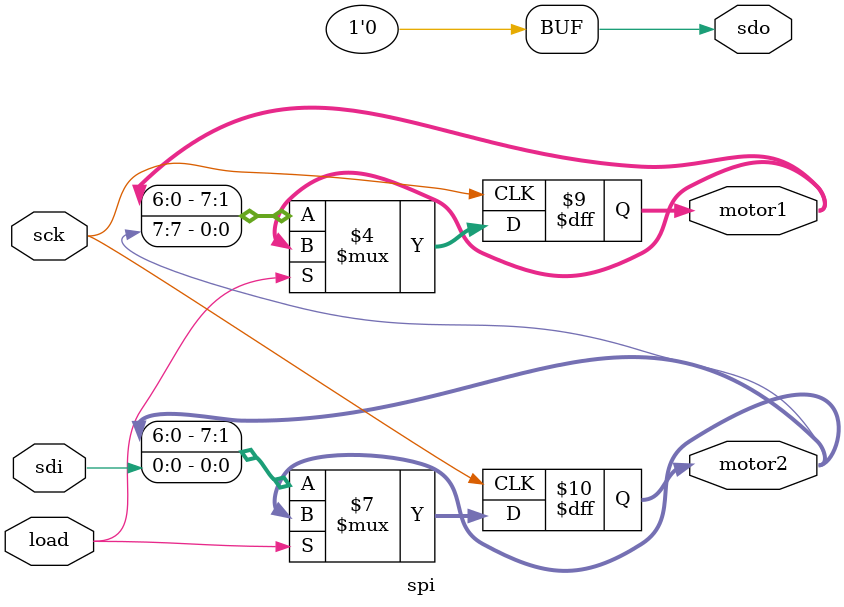
<source format=sv>
module spi(input logic sck,
	   input logic load,
       input logic sdi,
	   output logic sdo,
	   output logic [7:0] motor1,
	   output logic [7:0] motor2);
	   
	always_ff @(posedge sck) 
	begin
		// when load is low, the mcu is talking to the spi, so start shifting in bytes
		if (load == 1'b0)
		begin
				{motor1, motor2} = {motor1[6:0], motor2, sdi};
		end
	end
	
	// no need to send anything to mcu
	assign sdo = 0;
	  
endmodule
</source>
